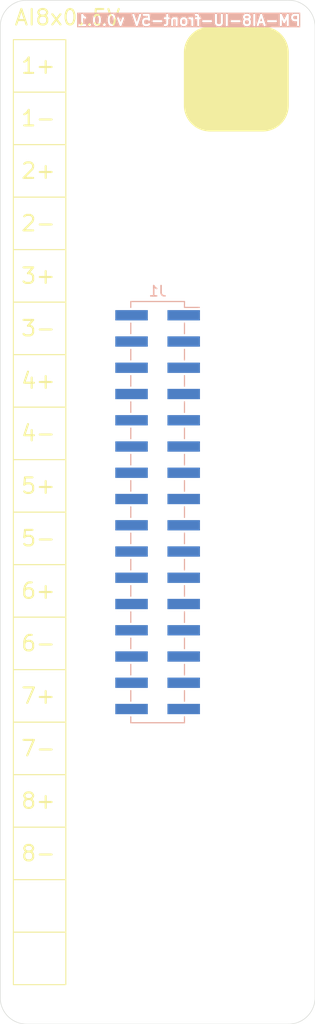
<source format=kicad_pcb>
(kicad_pcb (version 20240108) (generator "pcbnew") (generator_version "8.0")
  (layers (0 "F.Cu" signal) (31 "B.Cu" signal) (34 "B.Paste" user) (35 "F.Paste" user) (36 "B.SilkS" user "B.Silkscreen") (37 "F.SilkS" user "F.Silkscreen") (38 "B.Mask" user) (39 "F.Mask" user) (44 "Edge.Cuts" user))
  (net 0 "")
  (net 17 "Net-(J1-Pin_5)")
  (net 18 "Net-(J1-Pin_7)")
  (net 19 "Net-(J1-Pin_11)")
  (net 20 "Net-(J1-Pin_1)")
  (net 21 "Net-(J1-Pin_13)")
  (net 22 "Net-(J1-Pin_15)")
  (net 23 "Net-(J1-Pin_10)")
  (net 24 "Net-(J1-Pin_3)")
  (footprint "Connector_PinHeader_2.54mm:PinHeader_2x16_P2.54mm_Vertical_SMD" (layer "B.Cu") (at 66.04 100.33 180)
    (property "Reference" "J1" (at 0 21.38 0) (layer "B.SilkS") (effects (justify mirror)))
    (property "Value" "PinHeader P2.54 02x16 SMD Straight")
    (fp_line (start 2.6 20.38) (end -2.6 20.38) (stroke (width 0.12)) (layer "B.SilkS"))
    (fp_line (start 2.6 19.81) (end 2.6 20.38) (stroke (width 0.12)) (layer "B.SilkS"))
    (fp_line (start 2.6 17.27) (end 2.6 18.29) (stroke (width 0.12)) (layer "B.SilkS"))
    (fp_line (start 2.6 14.73) (end 2.6 15.75) (stroke (width 0.12)) (layer "B.SilkS"))
    (fp_line (start 2.6 12.19) (end 2.6 13.21) (stroke (width 0.12)) (layer "B.SilkS"))
    (fp_line (start 2.6 9.65) (end 2.6 10.67) (stroke (width 0.12)) (layer "B.SilkS"))
    (fp_line (start 2.6 7.11) (end 2.6 8.13) (stroke (width 0.12)) (layer "B.SilkS"))
    (fp_line (start 2.6 4.57) (end 2.6 5.59) (stroke (width 0.12)) (layer "B.SilkS"))
    (fp_line (start 2.6 2.03) (end 2.6 3.05) (stroke (width 0.12)) (layer "B.SilkS"))
    (fp_line (start 2.6 -0.51) (end 2.6 0.51) (stroke (width 0.12)) (layer "B.SilkS"))
    (fp_line (start 2.6 -3.05) (end 2.6 -2.03) (stroke (width 0.12)) (layer "B.SilkS"))
    (fp_line (start 2.6 -5.59) (end 2.6 -4.57) (stroke (width 0.12)) (layer "B.SilkS"))
    (fp_line (start 2.6 -8.13) (end 2.6 -7.11) (stroke (width 0.12)) (layer "B.SilkS"))
    (fp_line (start 2.6 -10.67) (end 2.6 -9.65) (stroke (width 0.12)) (layer "B.SilkS"))
    (fp_line (start 2.6 -13.21) (end 2.6 -12.19) (stroke (width 0.12)) (layer "B.SilkS"))
    (fp_line (start 2.6 -15.75) (end 2.6 -14.73) (stroke (width 0.12)) (layer "B.SilkS"))
    (fp_line (start 2.6 -18.29) (end 2.6 -17.27) (stroke (width 0.12)) (layer "B.SilkS"))
    (fp_line (start 2.6 -20.38) (end 2.6 -19.81) (stroke (width 0.12)) (layer "B.SilkS"))
    (fp_line (start 2.6 -20.38) (end -2.6 -20.38) (stroke (width 0.12)) (layer "B.SilkS"))
    (fp_line (start -2.6 19.81) (end -2.6 20.38) (stroke (width 0.12)) (layer "B.SilkS"))
    (fp_line (start -2.6 19.81) (end -4.04 19.81) (stroke (width 0.12)) (layer "B.SilkS"))
    (fp_line (start -2.6 17.27) (end -2.6 18.29) (stroke (width 0.12)) (layer "B.SilkS"))
    (fp_line (start -2.6 14.73) (end -2.6 15.75) (stroke (width 0.12)) (layer "B.SilkS"))
    (fp_line (start -2.6 12.19) (end -2.6 13.21) (stroke (width 0.12)) (layer "B.SilkS"))
    (fp_line (start -2.6 9.65) (end -2.6 10.67) (stroke (width 0.12)) (layer "B.SilkS"))
    (fp_line (start -2.6 7.11) (end -2.6 8.13) (stroke (width 0.12)) (layer "B.SilkS"))
    (fp_line (start -2.6 4.57) (end -2.6 5.59) (stroke (width 0.12)) (layer "B.SilkS"))
    (fp_line (start -2.6 2.03) (end -2.6 3.05) (stroke (width 0.12)) (layer "B.SilkS"))
    (fp_line (start -2.6 -0.51) (end -2.6 0.51) (stroke (width 0.12)) (layer "B.SilkS"))
    (fp_line (start -2.6 -3.05) (end -2.6 -2.03) (stroke (width 0.12)) (layer "B.SilkS"))
    (fp_line (start -2.6 -5.59) (end -2.6 -4.57) (stroke (width 0.12)) (layer "B.SilkS"))
    (fp_line (start -2.6 -8.13) (end -2.6 -7.11) (stroke (width 0.12)) (layer "B.SilkS"))
    (fp_line (start -2.6 -10.67) (end -2.6 -9.65) (stroke (width 0.12)) (layer "B.SilkS"))
    (fp_line (start -2.6 -13.21) (end -2.6 -12.19) (stroke (width 0.12)) (layer "B.SilkS"))
    (fp_line (start -2.6 -15.75) (end -2.6 -14.73) (stroke (width 0.12)) (layer "B.SilkS"))
    (fp_line (start -2.6 -18.29) (end -2.6 -17.27) (stroke (width 0.12)) (layer "B.SilkS"))
    (fp_line (start -2.6 -20.38) (end -2.6 -19.81) (stroke (width 0.12)) (layer "B.SilkS"))
    (pad "1" smd rect (at -2.525 19.05 180) (size 3.15 1) (layers "B.Cu" "B.Paste" "B.Mask") (net 20 "Net-(J1-Pin_1)"))
    (pad "2" smd rect (at 2.525 19.05 180) (size 3.15 1) (layers "B.Cu" "B.Paste" "B.Mask") (net 20 "Net-(J1-Pin_1)"))
    (pad "3" smd rect (at -2.525 16.51 180) (size 3.15 1) (layers "B.Cu" "B.Paste" "B.Mask") (net 24 "Net-(J1-Pin_3)"))
    (pad "4" smd rect (at 2.525 16.51 180) (size 3.15 1) (layers "B.Cu" "B.Paste" "B.Mask") (net 24 "Net-(J1-Pin_3)"))
    (pad "5" smd rect (at -2.525 13.97 180) (size 3.15 1) (layers "B.Cu" "B.Paste" "B.Mask") (net 17 "Net-(J1-Pin_5)"))
    (pad "6" smd rect (at 2.525 13.97 180) (size 3.15 1) (layers "B.Cu" "B.Paste" "B.Mask") (net 17 "Net-(J1-Pin_5)"))
    (pad "7" smd rect (at -2.525 11.43 180) (size 3.15 1) (layers "B.Cu" "B.Paste" "B.Mask") (net 18 "Net-(J1-Pin_7)"))
    (pad "8" smd rect (at 2.525 11.43 180) (size 3.15 1) (layers "B.Cu" "B.Paste" "B.Mask") (net 18 "Net-(J1-Pin_7)"))
    (pad "9" smd rect (at -2.525 8.89 180) (size 3.15 1) (layers "B.Cu" "B.Paste" "B.Mask") (net 23 "Net-(J1-Pin_10)"))
    (pad "10" smd rect (at 2.525 8.89 180) (size 3.15 1) (layers "B.Cu" "B.Paste" "B.Mask") (net 23 "Net-(J1-Pin_10)"))
    (pad "11" smd rect (at -2.525 6.35 180) (size 3.15 1) (layers "B.Cu" "B.Paste" "B.Mask") (net 19 "Net-(J1-Pin_11)"))
    (pad "12" smd rect (at 2.525 6.35 180) (size 3.15 1) (layers "B.Cu" "B.Paste" "B.Mask") (net 19 "Net-(J1-Pin_11)"))
    (pad "13" smd rect (at -2.525 3.81 180) (size 3.15 1) (layers "B.Cu" "B.Paste" "B.Mask") (net 21 "Net-(J1-Pin_13)"))
    (pad "14" smd rect (at 2.525 3.81 180) (size 3.15 1) (layers "B.Cu" "B.Paste" "B.Mask") (net 21 "Net-(J1-Pin_13)"))
    (pad "15" smd rect (at -2.525 1.27 180) (size 3.15 1) (layers "B.Cu" "B.Paste" "B.Mask") (net 22 "Net-(J1-Pin_15)"))
    (pad "16" smd rect (at 2.525 1.27 180) (size 3.15 1) (layers "B.Cu" "B.Paste" "B.Mask") (net 22 "Net-(J1-Pin_15)"))
    (pad "17" smd rect (at -2.525 -1.27 180) (size 3.15 1) (layers "B.Cu" "B.Paste" "B.Mask"))
    (pad "18" smd rect (at 2.525 -1.27 180) (size 3.15 1) (layers "B.Cu" "B.Paste" "B.Mask"))
    (pad "19" smd rect (at -2.525 -3.81 180) (size 3.15 1) (layers "B.Cu" "B.Paste" "B.Mask"))
    (pad "20" smd rect (at 2.525 -3.81 180) (size 3.15 1) (layers "B.Cu" "B.Paste" "B.Mask"))
    (pad "21" smd rect (at -2.525 -6.35 180) (size 3.15 1) (layers "B.Cu" "B.Paste" "B.Mask"))
    (pad "22" smd rect (at 2.525 -6.35 180) (size 3.15 1) (layers "B.Cu" "B.Paste" "B.Mask"))
    (pad "23" smd rect (at -2.525 -8.89 180) (size 3.15 1) (layers "B.Cu" "B.Paste" "B.Mask"))
    (pad "24" smd rect (at 2.525 -8.89 180) (size 3.15 1) (layers "B.Cu" "B.Paste" "B.Mask"))
    (pad "25" smd rect (at -2.525 -11.43 180) (size 3.15 1) (layers "B.Cu" "B.Paste" "B.Mask"))
    (pad "26" smd rect (at 2.525 -11.43 180) (size 3.15 1) (layers "B.Cu" "B.Paste" "B.Mask"))
    (pad "27" smd rect (at -2.525 -13.97 180) (size 3.15 1) (layers "B.Cu" "B.Paste" "B.Mask"))
    (pad "28" smd rect (at 2.525 -13.97 180) (size 3.15 1) (layers "B.Cu" "B.Paste" "B.Mask"))
    (pad "29" smd rect (at -2.525 -16.51 180) (size 3.15 1) (layers "B.Cu" "B.Paste" "B.Mask"))
    (pad "30" smd rect (at 2.525 -16.51 180) (size 3.15 1) (layers "B.Cu" "B.Paste" "B.Mask"))
    (pad "31" smd rect (at -2.525 -19.05 180) (size 3.15 1) (layers "B.Cu" "B.Paste" "B.Mask"))
    (pad "32" smd rect (at 2.525 -19.05 180) (size 3.15 1) (layers "B.Cu" "B.Paste" "B.Mask"))
  )
  (gr_rect (start 52.07 140.97) (end 57.15 146.05) (stroke (width 0.1)) (fill none) (layer "F.SilkS"))
  (gr_rect (start 52.07 130.81) (end 57.15 135.89) (stroke (width 0.1)) (fill none) (layer "F.SilkS"))
  (gr_rect (start 52.07 90.17) (end 57.15 95.25) (stroke (width 0.1)) (fill none) (layer "F.SilkS"))
  (gr_rect (start 52.07 74.93) (end 57.15 80.01) (stroke (width 0.1)) (fill none) (layer "F.SilkS"))
  (gr_rect (start 52.07 110.49) (end 57.15 115.57) (stroke (width 0.1)) (fill none) (layer "F.SilkS"))
  (gr_rect (start 52.07 125.73) (end 57.15 130.81) (stroke (width 0.1)) (fill none) (layer "F.SilkS"))
  (gr_rect (start 52.07 54.61) (end 57.15 59.69) (stroke (width 0.1)) (fill none) (layer "F.SilkS"))
  (gr_rect (start 52.07 95.25) (end 57.15 100.33) (stroke (width 0.1)) (fill none) (layer "F.SilkS"))
  (gr_rect (start 52.07 80.01) (end 57.15 85.09) (stroke (width 0.1)) (fill none) (layer "F.SilkS"))
  (gr_rect (start 52.07 115.57) (end 57.15 120.65) (stroke (width 0.1)) (fill none) (layer "F.SilkS"))
  (gr_rect (start 52.07 105.41) (end 57.15 110.49) (stroke (width 0.1)) (fill none) (layer "F.SilkS"))
  (gr_rect (start 52.07 85.09) (end 57.15 90.17) (stroke (width 0.1)) (fill none) (layer "F.SilkS"))
  (gr_poly (pts (arc (start 68.58 60.96) (mid 69.323949 62.756051) (end 71.12 63.5)) (arc (start 76.2 63.5) (mid 77.996051 62.756051) (end 78.74 60.96)) (arc (start 78.74 55.88) (mid 77.996051 54.083949) (end 76.2 53.34)) (arc (start 71.12 53.34) (mid 69.323949 54.083949) (end 68.58 55.88))) (fill solid) (layer "F.SilkS"))
  (gr_rect (start 52.07 64.77) (end 57.15 69.85) (stroke (width 0.1)) (fill none) (layer "F.SilkS"))
  (gr_rect (start 52.07 135.89) (end 57.15 140.97) (stroke (width 0.1)) (fill none) (layer "F.SilkS"))
  (gr_rect (start 52.07 59.69) (end 57.15 64.77) (stroke (width 0.1)) (fill none) (layer "F.SilkS"))
  (gr_rect (start 52.07 120.65) (end 57.15 125.73) (stroke (width 0.1)) (fill none) (layer "F.SilkS"))
  (gr_rect (start 52.07 69.85) (end 57.15 74.93) (stroke (width 0.1)) (fill none) (layer "F.SilkS"))
  (gr_rect (start 52.07 100.33) (end 57.15 105.41) (stroke (width 0.1)) (fill none) (layer "F.SilkS"))
  (gr_line (start 81.28 53.34) (end 81.28 147.32) (stroke (width 0.05)) (layer "Edge.Cuts"))
  (gr_arc (start 78.74 50.8) (mid 80.536051 51.543949) (end 81.28 53.34) (stroke (width 0.05)) (layer "Edge.Cuts"))
  (gr_arc (start 81.28 147.32) (mid 80.536051 149.116051) (end 78.74 149.86) (stroke (width 0.05)) (layer "Edge.Cuts"))
  (gr_line (start 78.74 149.86) (end 53.34 149.86) (stroke (width 0.05)) (layer "Edge.Cuts"))
  (gr_arc (start 53.34 149.86) (mid 51.543949 149.116051) (end 50.8 147.32) (stroke (width 0.05)) (layer "Edge.Cuts"))
  (gr_line (start 53.34 50.8) (end 78.74 50.8) (stroke (width 0.05)) (layer "Edge.Cuts"))
  (gr_arc (start 50.8 53.34) (mid 51.543949 51.543949) (end 53.34 50.8) (stroke (width 0.05)) (layer "Edge.Cuts"))
  (gr_line (start 50.8 147.32) (end 50.8 53.34) (stroke (width 0.05)) (layer "Edge.Cuts"))
  (gr_text "PM-AI8-IU-front-5V v0.0.1" (at 80.01 53.34 0) (layer "B.SilkS" knockout) (effects (font (size 1 1) (thickness 0.2) (bold yes)) (justify left bottom mirror)))
  (gr_text "5-" (at 52.71 103.7415 0) (layer "F.SilkS") (effects (font (size 1.5 1.5) (thickness 0.2)) (justify left bottom)))
  (gr_text "8+" (at 52.71 129.1415 0) (layer "F.SilkS") (effects (font (size 1.5 1.5) (thickness 0.2)) (justify left bottom)))
  (gr_text "3+" (at 52.71 78.3415 0) (layer "F.SilkS") (effects (font (size 1.5 1.5) (thickness 0.2)) (justify left bottom)))
  (gr_text "2-" (at 52.71 73.2615 0) (layer "F.SilkS") (effects (font (size 1.5 1.5) (thickness 0.2)) (justify left bottom)))
  (gr_text "4-" (at 52.71 93.5815 0) (layer "F.SilkS") (effects (font (size 1.5 1.5) (thickness 0.2)) (justify left bottom)))
  (gr_text "7+" (at 52.71 118.9815 0) (layer "F.SilkS") (effects (font (size 1.5 1.5) (thickness 0.2)) (justify left bottom)))
  (gr_text "AI8x0..5V" (at 52.07 53.34 0) (layer "F.SilkS") (effects (font (size 1.5 1.5) (thickness 0.2)) (justify left bottom)))
  (gr_text "4+" (at 52.71 88.5015 0) (layer "F.SilkS") (effects (font (size 1.5 1.5) (thickness 0.2)) (justify left bottom)))
  (gr_text "8-" (at 52.71 134.2215 0) (layer "F.SilkS") (effects (font (size 1.5 1.5) (thickness 0.2)) (justify left bottom)))
  (gr_text "6-" (at 52.71 113.9015 0) (layer "F.SilkS") (effects (font (size 1.5 1.5) (thickness 0.2)) (justify left bottom)))
  (gr_text "7-" (at 52.71 124.0615 0) (layer "F.SilkS") (effects (font (size 1.5 1.5) (thickness 0.2)) (justify left bottom)))
  (gr_text "2+" (at 52.71 68.1815 0) (layer "F.SilkS") (effects (font (size 1.5 1.5) (thickness 0.2)) (justify left bottom)))
  (gr_text "1+" (at 52.71 58.0215 0) (layer "F.SilkS") (effects (font (size 1.5 1.5) (thickness 0.2)) (justify left bottom)))
  (gr_text "1-" (at 52.71 63.1015 0) (layer "F.SilkS") (effects (font (size 1.5 1.5) (thickness 0.2)) (justify left bottom)))
  (gr_text "6+" (at 52.71 108.8215 0) (layer "F.SilkS") (effects (font (size 1.5 1.5) (thickness 0.2)) (justify left bottom)))
  (gr_text "3-" (at 52.71 83.4215 0) (layer "F.SilkS") (effects (font (size 1.5 1.5) (thickness 0.2)) (justify left bottom)))
  (gr_text "5+" (at 52.71 98.6615 0) (layer "F.SilkS") (effects (font (size 1.5 1.5) (thickness 0.2)) (justify left bottom)))
)
</source>
